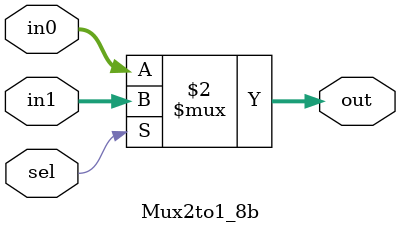
<source format=v>
module Mux2to1_8b (
	input wire sel,
  	input wire [7:0] in0,    
  	input wire [7:0] in1,               
  	output wire [7:0] out    
);

    assign out = (sel == 1'b0) ? in0 : in1;

endmodule
</source>
